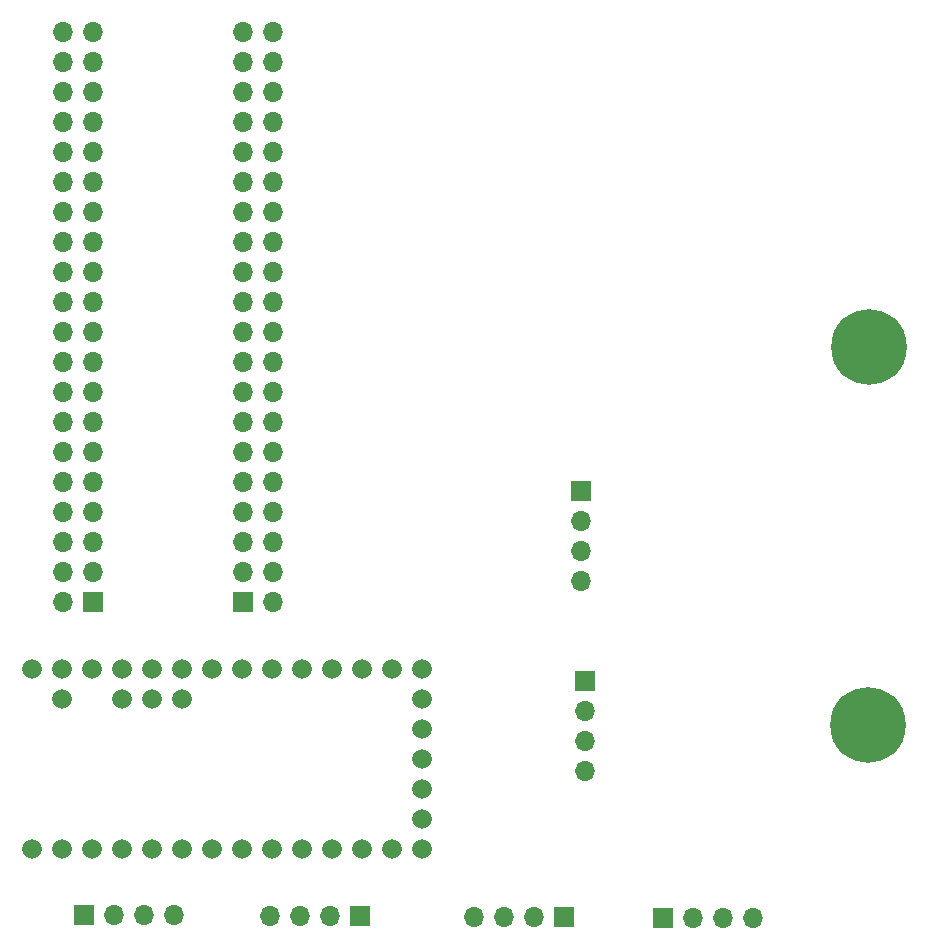
<source format=gbr>
%TF.GenerationSoftware,KiCad,Pcbnew,5.1.10-1.fc34*%
%TF.CreationDate,2021-07-27T15:58:01+02:00*%
%TF.ProjectId,SpotAI,53706f74-4149-42e6-9b69-6361645f7063,rev?*%
%TF.SameCoordinates,Original*%
%TF.FileFunction,Soldermask,Bot*%
%TF.FilePolarity,Negative*%
%FSLAX46Y46*%
G04 Gerber Fmt 4.6, Leading zero omitted, Abs format (unit mm)*
G04 Created by KiCad (PCBNEW 5.1.10-1.fc34) date 2021-07-27 15:58:01*
%MOMM*%
%LPD*%
G01*
G04 APERTURE LIST*
%ADD10C,6.400000*%
%ADD11O,1.700000X1.700000*%
%ADD12R,1.700000X1.700000*%
%ADD13C,1.665000*%
G04 APERTURE END LIST*
D10*
%TO.C,REF\u002A\u002A*%
X146300000Y-78500000D03*
%TD*%
%TO.C,REF\u002A\u002A*%
X146200000Y-110500000D03*
%TD*%
D11*
%TO.C,J1*%
X78000000Y-51840000D03*
X80540000Y-51840000D03*
X78000000Y-54380000D03*
X80540000Y-54380000D03*
X78000000Y-56920000D03*
X80540000Y-56920000D03*
X78000000Y-59460000D03*
X80540000Y-59460000D03*
X78000000Y-62000000D03*
X80540000Y-62000000D03*
X78000000Y-64540000D03*
X80540000Y-64540000D03*
X78000000Y-67080000D03*
X80540000Y-67080000D03*
X78000000Y-69620000D03*
X80540000Y-69620000D03*
X78000000Y-72160000D03*
X80540000Y-72160000D03*
X78000000Y-74700000D03*
X80540000Y-74700000D03*
X78000000Y-77240000D03*
X80540000Y-77240000D03*
X78000000Y-79780000D03*
X80540000Y-79780000D03*
X78000000Y-82320000D03*
X80540000Y-82320000D03*
X78000000Y-84860000D03*
X80540000Y-84860000D03*
X78000000Y-87400000D03*
X80540000Y-87400000D03*
X78000000Y-89940000D03*
X80540000Y-89940000D03*
X78000000Y-92480000D03*
X80540000Y-92480000D03*
X78000000Y-95020000D03*
X80540000Y-95020000D03*
X78000000Y-97560000D03*
X80540000Y-97560000D03*
X78000000Y-100100000D03*
D12*
X80540000Y-100100000D03*
%TD*%
D11*
%TO.C,J8*%
X95790000Y-51830000D03*
X93250000Y-51830000D03*
X95790000Y-54370000D03*
X93250000Y-54370000D03*
X95790000Y-56910000D03*
X93250000Y-56910000D03*
X95790000Y-59450000D03*
X93250000Y-59450000D03*
X95790000Y-61990000D03*
X93250000Y-61990000D03*
X95790000Y-64530000D03*
X93250000Y-64530000D03*
X95790000Y-67070000D03*
X93250000Y-67070000D03*
X95790000Y-69610000D03*
X93250000Y-69610000D03*
X95790000Y-72150000D03*
X93250000Y-72150000D03*
X95790000Y-74690000D03*
X93250000Y-74690000D03*
X95790000Y-77230000D03*
X93250000Y-77230000D03*
X95790000Y-79770000D03*
X93250000Y-79770000D03*
X95790000Y-82310000D03*
X93250000Y-82310000D03*
X95790000Y-84850000D03*
X93250000Y-84850000D03*
X95790000Y-87390000D03*
X93250000Y-87390000D03*
X95790000Y-89930000D03*
X93250000Y-89930000D03*
X95790000Y-92470000D03*
X93250000Y-92470000D03*
X95790000Y-95010000D03*
X93250000Y-95010000D03*
X95790000Y-97550000D03*
X93250000Y-97550000D03*
X95790000Y-100090000D03*
D12*
X93250000Y-100090000D03*
%TD*%
D11*
%TO.C,J7*%
X122220000Y-114370000D03*
X122220000Y-111830000D03*
X122220000Y-109290000D03*
D12*
X122220000Y-106750000D03*
%TD*%
D11*
%TO.C,J6*%
X95560000Y-126670000D03*
X98100000Y-126670000D03*
X100640000Y-126670000D03*
D12*
X103180000Y-126670000D03*
%TD*%
D11*
%TO.C,J5*%
X136420000Y-126850000D03*
X133880000Y-126850000D03*
X131340000Y-126850000D03*
D12*
X128800000Y-126850000D03*
%TD*%
D11*
%TO.C,J4*%
X87430000Y-126540000D03*
X84890000Y-126540000D03*
X82350000Y-126540000D03*
D12*
X79810000Y-126540000D03*
%TD*%
D11*
%TO.C,J3*%
X121880000Y-98330000D03*
X121880000Y-95790000D03*
X121880000Y-93250000D03*
D12*
X121880000Y-90710000D03*
%TD*%
D11*
%TO.C,J2*%
X112840000Y-126760000D03*
X115380000Y-126760000D03*
X117920000Y-126760000D03*
D12*
X120460000Y-126760000D03*
%TD*%
D13*
%TO.C,IC1*%
X77940000Y-120970000D03*
X75400000Y-120970000D03*
X108420000Y-108270000D03*
X108420000Y-110810000D03*
X108420000Y-113350000D03*
X108420000Y-115890000D03*
X108420000Y-118430000D03*
X88100000Y-108270000D03*
X85560000Y-108270000D03*
X83020000Y-108270000D03*
X77940000Y-108270000D03*
X75400000Y-105730000D03*
X77940000Y-105730000D03*
X80480000Y-105730000D03*
X83020000Y-105730000D03*
X85560000Y-105730000D03*
X88100000Y-105730000D03*
X90640000Y-105730000D03*
X93180000Y-105730000D03*
X95720000Y-105730000D03*
X98260000Y-105730000D03*
X100800000Y-105730000D03*
X103340000Y-105730000D03*
X105880000Y-105730000D03*
X108420000Y-105730000D03*
X108420000Y-120970000D03*
X105880000Y-120970000D03*
X103340000Y-120970000D03*
X100800000Y-120970000D03*
X98260000Y-120970000D03*
X95720000Y-120970000D03*
X93180000Y-120970000D03*
X90640000Y-120970000D03*
X88100000Y-120970000D03*
X85560000Y-120970000D03*
X83020000Y-120970000D03*
X80480000Y-120970000D03*
%TD*%
M02*

</source>
